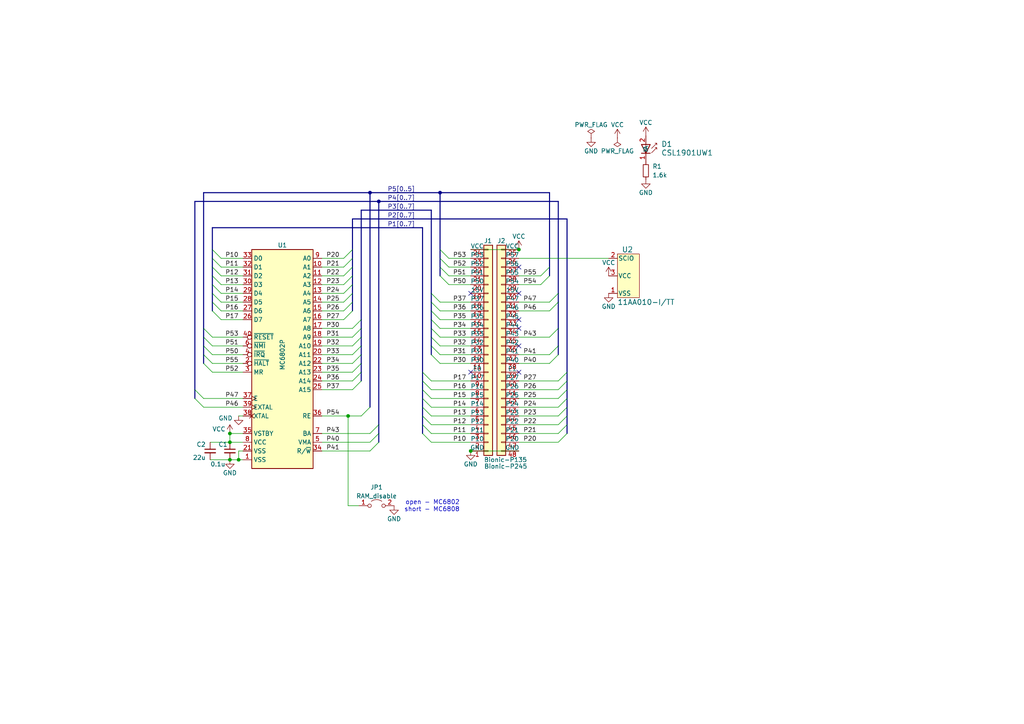
<source format=kicad_sch>
(kicad_sch (version 20230121) (generator eeschema)
  (paper "A4")
  (title_block (title "BionicMC6802") (date "2024-05-04") (rev "4") (company "Tadashi G. Takaoka"))
  (lib_symbols
    (symbol "0-LocalLibrary:11AA010-I_TT" (pin_names (offset 0.254))
      (property "Reference" "U" (at 2.54 1.27 0))
      (property "Value" "11AA010-I/TT" (at 3.81 -13.97 0))
      (symbol "11AA010-I_TT_1_1"
        (rectangle (start 0 0) (end 6.35 -12.7) (fill (type background)))
        (pin power_in line (at -2.54 -11.43 0) (length 2.54) (name "VSS") (number "1"))
        (pin bidirectional line (at -2.54 -1.27 0) (length 2.54) (name "SCIO") (number "2"))
        (pin power_in line (at -2.54 -6.35 0) (length 2.54) (name "VCC") (number "3"))
      )
    )
    (symbol "0-LocalLibrary:Bionic-P135" (pin_names (offset 0))
      (property "Reference" "J" (at 0 30.48 0))
      (property "Value" "Bionic-P135" (at -1.27 -33.02 0))
      (symbol "Bionic-P135_1_1"
        (rectangle (start 0 -30.353) (end -1.27 -30.607) (stroke (width 0.1524)))
        (rectangle (start 0 -27.813) (end -1.27 -28.067) (stroke (width 0.1524)))
        (rectangle (start 0 -25.273) (end -1.27 -25.527) (stroke (width 0.1524)))
        (rectangle (start 0 -22.733) (end -1.27 -22.987) (stroke (width 0.1524)))
        (rectangle (start 0 -20.193) (end -1.27 -20.447) (stroke (width 0.1524)))
        (rectangle (start 0 -17.653) (end -1.27 -17.907) (stroke (width 0.1524)))
        (rectangle (start 0 -15.113) (end -1.27 -15.367) (stroke (width 0.1524)))
        (rectangle (start 0 -12.573) (end -1.27 -12.827) (stroke (width 0.1524)))
        (rectangle (start 0 -10.033) (end -1.27 -10.287) (stroke (width 0.1524)))
        (rectangle (start 0 -7.493) (end -1.27 -7.747) (stroke (width 0.1524)))
        (rectangle (start 0 -4.953) (end -1.27 -5.207) (stroke (width 0.1524)))
        (rectangle (start 0 -2.413) (end -1.27 -2.667) (stroke (width 0.1524)))
        (rectangle (start 0 0.127) (end -1.27 -0.127) (stroke (width 0.1524)))
        (rectangle (start 0 2.667) (end -1.27 2.413) (stroke (width 0.1524)))
        (rectangle (start 0 5.207) (end -1.27 4.953) (stroke (width 0.1524)))
        (rectangle (start 0 7.747) (end -1.27 7.493) (stroke (width 0.1524)))
        (rectangle (start 0 10.287) (end -1.27 10.033) (stroke (width 0.1524)))
        (rectangle (start 0 12.827) (end -1.27 12.573) (stroke (width 0.1524)))
        (rectangle (start 0 15.367) (end -1.27 15.113) (stroke (width 0.1524)))
        (rectangle (start 0 17.907) (end -1.27 17.653) (stroke (width 0.1524)))
        (rectangle (start 0 20.447) (end -1.27 20.193) (stroke (width 0.1524)))
        (rectangle (start 0 22.987) (end -1.27 22.733) (stroke (width 0.1524)))
        (rectangle (start 0 25.527) (end -1.27 25.273) (stroke (width 0.1524)))
        (rectangle (start 0 28.067) (end -1.27 27.813) (stroke (width 0.1524)))
        (rectangle (start 1.27 29.21) (end -1.27 -31.75) (stroke (width 0.254)) (fill (type background)))
        (pin power_in line (at -5.08 -30.48 0) (length 3.81) (name "GND") (number "1"))
        (pin bidirectional line (at -5.08 -7.62 0) (length 3.81) (name "E0") (number "10"))
        (pin bidirectional line (at -5.08 -5.08 0) (length 3.81) (name "P30") (number "11"))
        (pin bidirectional line (at -5.08 -2.54 0) (length 3.81) (name "P31") (number "12"))
        (pin bidirectional line (at -5.08 0 0) (length 3.81) (name "P32") (number "13"))
        (pin bidirectional line (at -5.08 2.54 0) (length 3.81) (name "P33") (number "14"))
        (pin bidirectional line (at -5.08 5.08 0) (length 3.81) (name "P34") (number "15"))
        (pin bidirectional line (at -5.08 7.62 0) (length 3.81) (name "P35") (number "16"))
        (pin bidirectional line (at -5.08 10.16 0) (length 3.81) (name "P36") (number "17"))
        (pin bidirectional line (at -5.08 12.7 0) (length 3.81) (name "P37") (number "18"))
        (pin power_in line (at -5.08 15.24 0) (length 3.81) (name "15V") (number "19"))
        (pin bidirectional line (at -5.08 -27.94 0) (length 3.81) (name "P10") (number "2"))
        (pin bidirectional line (at -5.08 17.78 0) (length 3.81) (name "P50") (number "20"))
        (pin bidirectional line (at -5.08 20.32 0) (length 3.81) (name "P51") (number "21"))
        (pin bidirectional line (at -5.08 22.86 0) (length 3.81) (name "P52") (number "22"))
        (pin bidirectional line (at -5.08 25.4 0) (length 3.81) (name "P53") (number "23"))
        (pin power_in line (at -5.08 27.94 0) (length 3.81) (name "VCC") (number "24"))
        (pin bidirectional line (at -5.08 -25.4 0) (length 3.81) (name "P11") (number "3"))
        (pin bidirectional line (at -5.08 -22.86 0) (length 3.81) (name "P12") (number "4"))
        (pin bidirectional line (at -5.08 -20.32 0) (length 3.81) (name "P13") (number "5"))
        (pin bidirectional line (at -5.08 -17.78 0) (length 3.81) (name "P14") (number "6"))
        (pin bidirectional line (at -5.08 -15.24 0) (length 3.81) (name "P15") (number "7"))
        (pin bidirectional line (at -5.08 -12.7 0) (length 3.81) (name "P16") (number "8"))
        (pin bidirectional line (at -5.08 -10.16 0) (length 3.81) (name "P17") (number "9"))
      )
    )
    (symbol "0-LocalLibrary:Bionic-P245" (pin_names (offset 0))
      (property "Reference" "J" (at -3.81 30.48 0))
      (property "Value" "Bionic-P245" (at -1.27 -33.02 0))
      (symbol "Bionic-P245_1_1"
        (rectangle (start -2.54 -30.607) (end -3.81 -30.353) (stroke (width 0.1524)))
        (rectangle (start -2.54 -28.067) (end -3.81 -27.813) (stroke (width 0.1524)))
        (rectangle (start -2.54 -25.527) (end -3.81 -25.273) (stroke (width 0.1524)))
        (rectangle (start -2.54 -22.987) (end -3.81 -22.733) (stroke (width 0.1524)))
        (rectangle (start -2.54 -20.447) (end -3.81 -20.193) (stroke (width 0.1524)))
        (rectangle (start -2.54 -17.907) (end -3.81 -17.653) (stroke (width 0.1524)))
        (rectangle (start -2.54 -15.367) (end -3.81 -15.113) (stroke (width 0.1524)))
        (rectangle (start -2.54 -12.827) (end -3.81 -12.573) (stroke (width 0.1524)))
        (rectangle (start -2.54 -10.287) (end -3.81 -10.033) (stroke (width 0.1524)))
        (rectangle (start -2.54 -7.747) (end -3.81 -7.493) (stroke (width 0.1524)))
        (rectangle (start -2.54 -5.207) (end -3.81 -4.953) (stroke (width 0.1524)))
        (rectangle (start -2.54 -2.667) (end -3.81 -2.413) (stroke (width 0.1524)))
        (rectangle (start -2.54 -0.127) (end -3.81 0.127) (stroke (width 0.1524)))
        (rectangle (start -2.54 2.413) (end -3.81 2.667) (stroke (width 0.1524)))
        (rectangle (start -2.54 4.953) (end -3.81 5.207) (stroke (width 0.1524)))
        (rectangle (start -2.54 7.493) (end -3.81 7.747) (stroke (width 0.1524)))
        (rectangle (start -2.54 10.033) (end -3.81 10.287) (stroke (width 0.1524)))
        (rectangle (start -2.54 12.573) (end -3.81 12.827) (stroke (width 0.1524)))
        (rectangle (start -2.54 15.113) (end -3.81 15.367) (stroke (width 0.1524)))
        (rectangle (start -2.54 17.653) (end -3.81 17.907) (stroke (width 0.1524)))
        (rectangle (start -2.54 20.193) (end -3.81 20.447) (stroke (width 0.1524)))
        (rectangle (start -2.54 22.733) (end -3.81 22.987) (stroke (width 0.1524)))
        (rectangle (start -2.54 25.273) (end -3.81 25.527) (stroke (width 0.1524)))
        (rectangle (start -2.54 27.813) (end -3.81 28.067) (stroke (width 0.1524)))
        (rectangle (start -2.54 29.21) (end -5.08 -31.75) (stroke (width 0.254)) (fill (type background)))
        (pin power_in line (at 1.27 27.94 180) (length 3.81) (name "VCC") (number "25"))
        (pin bidirectional line (at 1.27 25.4 180) (length 3.81) (name "P57") (number "26"))
        (pin bidirectional line (at 1.27 22.86 180) (length 3.81) (name "P56") (number "27"))
        (pin bidirectional line (at 1.27 20.32 180) (length 3.81) (name "P55") (number "28"))
        (pin bidirectional line (at 1.27 17.78 180) (length 3.81) (name "P54") (number "29"))
        (pin power_in line (at 1.27 15.24 180) (length 3.81) (name "15V") (number "30"))
        (pin bidirectional line (at 1.27 12.7 180) (length 3.81) (name "P47") (number "31"))
        (pin bidirectional line (at 1.27 10.16 180) (length 3.81) (name "P46") (number "32"))
        (pin bidirectional line (at 1.27 7.62 180) (length 3.81) (name "P45") (number "33"))
        (pin bidirectional line (at 1.27 5.08 180) (length 3.81) (name "P44") (number "34"))
        (pin bidirectional line (at 1.27 2.54 180) (length 3.81) (name "P43") (number "35"))
        (pin bidirectional line (at 1.27 0 180) (length 3.81) (name "P42") (number "36"))
        (pin bidirectional line (at 1.27 -2.54 180) (length 3.81) (name "P41") (number "37"))
        (pin bidirectional line (at 1.27 -5.08 180) (length 3.81) (name "P40") (number "38"))
        (pin bidirectional line (at 1.27 -7.62 180) (length 3.81) (name "E1") (number "39"))
        (pin bidirectional line (at 1.27 -10.16 180) (length 3.81) (name "P27") (number "40"))
        (pin bidirectional line (at 1.27 -12.7 180) (length 3.81) (name "P26") (number "41"))
        (pin bidirectional line (at 1.27 -15.24 180) (length 3.81) (name "P25") (number "42"))
        (pin bidirectional line (at 1.27 -17.78 180) (length 3.81) (name "P24") (number "43"))
        (pin bidirectional line (at 1.27 -20.32 180) (length 3.81) (name "P23") (number "44"))
        (pin bidirectional line (at 1.27 -22.86 180) (length 3.81) (name "P22") (number "45"))
        (pin bidirectional line (at 1.27 -25.4 180) (length 3.81) (name "P21") (number "46"))
        (pin bidirectional line (at 1.27 -27.94 180) (length 3.81) (name "P20") (number "47"))
        (pin power_in line (at 1.27 -30.48 180) (length 3.81) (name "GND") (number "48"))
      )
    )
    (symbol "0-LocalLibrary:CSL1901UW1" (pin_names (offset 0.254))
      (property "Reference" "D" (at 3.81 -2.54 0))
      (property "Value" "CSL1901UW1" (at 3.81 -5.08 0))
      (symbol "CSL1901UW1_0_1"
        (polyline (pts (xy 2.159 3.175) (xy 2.667 3.175)))
        (polyline (pts (xy 2.54 0) (xy 5.08 0)))
        (polyline (pts (xy 5.08 1.27) (xy 5.08 -1.27)) (stroke (width 0.254)))
        (polyline (pts (xy 3.683 1.651) (xy 2.159 3.175) (xy 2.159 2.667)))
        (polyline (pts (xy 2.54 -1.27) (xy 5.08 0) (xy 2.54 1.27) (xy 2.54 -1.27)) (stroke (width 0.254)))
        (polyline (pts (xy 4.953 1.651) (xy 3.429 3.175) (xy 3.429 2.667) (xy 3.429 3.175) (xy 3.937 3.175)))
      )
      (symbol "CSL1901UW1_1_1"
        (pin passive line (at 7.62 0 180) (length 2.54) (name "K") (number "1"))
        (pin passive line (at 0 0 0) (length 2.54) (name "A") (number "2"))
      )
      (symbol "CSL1901UW1_1_2"
        (polyline (pts (xy -5.08 7.62) (xy -4.445 8.255)) (stroke (width 0.2032)))
        (polyline (pts (xy -5.08 8.255) (xy -5.08 7.62)) (stroke (width 0.2032)))
        (polyline (pts (xy -4.445 6.35) (xy -3.81 6.985)) (stroke (width 0.2032)))
        (polyline (pts (xy -4.445 8.255) (xy -5.08 8.255)) (stroke (width 0.2032)))
        (polyline (pts (xy -4.445 9.525) (xy -3.81 10.16)) (stroke (width 0.2032)))
        (polyline (pts (xy -4.445 10.16) (xy -4.445 9.525)) (stroke (width 0.2032)))
        (polyline (pts (xy -3.81 6.985) (xy -5.08 8.255)) (stroke (width 0.2032)))
        (polyline (pts (xy -3.81 8.255) (xy -3.175 8.89)) (stroke (width 0.2032)))
        (polyline (pts (xy -3.81 10.16) (xy -4.445 10.16)) (stroke (width 0.2032)))
        (polyline (pts (xy -3.175 5.08) (xy -4.445 6.35)) (stroke (width 0.2032)))
        (polyline (pts (xy -3.175 8.89) (xy -4.445 10.16)) (stroke (width 0.2032)))
        (polyline (pts (xy -2.54 6.985) (xy -3.81 8.255)) (stroke (width 0.2032)))
        (polyline (pts (xy -1.905 3.81) (xy 1.905 3.81)) (stroke (width 0.2032)))
        (polyline (pts (xy 0 2.54) (xy 0 3.4798)) (stroke (width 0.2032)))
        (polyline (pts (xy 0 3.175) (xy 0 3.81)) (stroke (width 0.2032)))
        (polyline (pts (xy 0 6.35) (xy -1.905 3.81)) (stroke (width 0.2032)))
        (polyline (pts (xy 0 6.35) (xy 0 7.62)) (stroke (width 0.2032)))
        (polyline (pts (xy 1.905 3.81) (xy 0 6.35)) (stroke (width 0.2032)))
        (polyline (pts (xy 1.905 6.35) (xy -1.905 6.35)) (stroke (width 0.2032)))
        (pin unspecified line (at 0 10.16 270) (length 2.54) (name "") (number "1"))
        (pin unspecified line (at 0 0 90) (length 2.54) (name "") (number "2"))
      )
    )
    (symbol "0-LocalLibrary:MC6802P"
      (property "Reference" "U" (at -1.27 31.75 0))
      (property "Value" "MC6802P" (at 0 -3.81 90))
      (symbol "MC6802P_0_1"
        (rectangle (start -8.89 30.48) (end 8.89 -33.02) (stroke (width 0.254)) (fill (type background)))
      )
      (symbol "MC6802P_1_1"
        (pin power_in line (at -11.43 -30.48 0) (length 2.54) (name "VSS") (number "1"))
        (pin output line (at 11.43 25.4 180) (length 2.54) (name "A1") (number "10"))
        (pin output line (at 11.43 22.86 180) (length 2.54) (name "A2") (number "11"))
        (pin output line (at 11.43 20.32 180) (length 2.54) (name "A3") (number "12"))
        (pin output line (at 11.43 17.78 180) (length 2.54) (name "A4") (number "13"))
        (pin output line (at 11.43 15.24 180) (length 2.54) (name "A5") (number "14"))
        (pin output line (at 11.43 12.7 180) (length 2.54) (name "A6") (number "15"))
        (pin output line (at 11.43 10.16 180) (length 2.54) (name "A7") (number "16"))
        (pin output line (at 11.43 7.62 180) (length 2.54) (name "A8") (number "17"))
        (pin output line (at 11.43 5.08 180) (length 2.54) (name "A9") (number "18"))
        (pin output line (at 11.43 2.54 180) (length 2.54) (name "A10") (number "19"))
        (pin input inverted (at -11.43 -2.54 0) (length 2.54) (name "~{HALT}") (number "2"))
        (pin output line (at 11.43 0 180) (length 2.54) (name "A11") (number "20"))
        (pin power_in line (at -11.43 -27.94 0) (length 2.54) (name "VSS") (number "21"))
        (pin output line (at 11.43 -2.54 180) (length 2.54) (name "A12") (number "22"))
        (pin output line (at 11.43 -5.08 180) (length 2.54) (name "A13") (number "23"))
        (pin output line (at 11.43 -7.62 180) (length 2.54) (name "A14") (number "24"))
        (pin output line (at 11.43 -10.16 180) (length 2.54) (name "A15") (number "25"))
        (pin bidirectional line (at -11.43 10.16 0) (length 2.54) (name "D7") (number "26"))
        (pin bidirectional line (at -11.43 12.7 0) (length 2.54) (name "D6") (number "27"))
        (pin bidirectional line (at -11.43 15.24 0) (length 2.54) (name "D5") (number "28"))
        (pin bidirectional line (at -11.43 17.78 0) (length 2.54) (name "D4") (number "29"))
        (pin input line (at -11.43 -5.08 0) (length 2.54) (name "MR") (number "3"))
        (pin bidirectional line (at -11.43 20.32 0) (length 2.54) (name "D3") (number "30"))
        (pin bidirectional line (at -11.43 22.86 0) (length 2.54) (name "D2") (number "31"))
        (pin bidirectional line (at -11.43 25.4 0) (length 2.54) (name "D1") (number "32"))
        (pin bidirectional line (at -11.43 27.94 0) (length 2.54) (name "D0") (number "33"))
        (pin output line (at 11.43 -27.94 180) (length 2.54) (name "R/~{W}") (number "34"))
        (pin power_in line (at -11.43 -22.86 0) (length 2.54) (name "VSTBY") (number "35"))
        (pin input line (at 11.43 -17.78 180) (length 2.54) (name "RE") (number "36"))
        (pin output clock (at -11.43 -12.7 0) (length 2.54) (name "E") (number "37"))
        (pin passive non_logic (at -11.43 -17.78 0) (length 2.54) (name "XTAL") (number "38"))
        (pin input clock (at -11.43 -15.24 0) (length 2.54) (name "EXTAL") (number "39"))
        (pin input inverted (at -11.43 0 0) (length 2.54) (name "~{IRQ}") (number "4"))
        (pin input inverted (at -11.43 5.08 0) (length 2.54) (name "~{RESET}") (number "40"))
        (pin output line (at 11.43 -25.4 180) (length 2.54) (name "VMA") (number "5"))
        (pin input inverted (at -11.43 2.54 0) (length 2.54) (name "~{NMI}") (number "6"))
        (pin output line (at 11.43 -22.86 180) (length 2.54) (name "BA") (number "7"))
        (pin power_in line (at -11.43 -25.4 0) (length 2.54) (name "VCC") (number "8"))
        (pin output line (at 11.43 27.94 180) (length 2.54) (name "A0") (number "9"))
      )
    )
    (symbol "Device:C_Small" (pin_numbers hide) (pin_names (offset 0.254) hide)
      (property "Reference" "C" (at 0.254 1.778 0))
      (property "Value" "C_Small" (at 0.254 -2.032 0))
      (symbol "C_Small_0_1"
        (polyline (pts (xy -1.524 -0.508) (xy 1.524 -0.508)) (stroke (width 0.3302)))
        (polyline (pts (xy -1.524 0.508) (xy 1.524 0.508)) (stroke (width 0.3048)))
      )
      (symbol "C_Small_1_1"
        (pin passive line (at 0 2.54 270) (length 2.032) (name "~") (number "1"))
        (pin passive line (at 0 -2.54 90) (length 2.032) (name "~") (number "2"))
      )
    )
    (symbol "Device:R_Small" (pin_numbers hide) (pin_names (offset 0.254) hide)
      (property "Reference" "R" (at 0.762 0.508 0))
      (property "Value" "R_Small" (at 0.762 -1.016 0))
      (symbol "R_Small_0_1"
        (rectangle (start -0.762 1.778) (end 0.762 -1.778) (stroke (width 0.2032)))
      )
      (symbol "R_Small_1_1"
        (pin passive line (at 0 2.54 270) (length 0.762) (name "~") (number "1"))
        (pin passive line (at 0 -2.54 90) (length 0.762) (name "~") (number "2"))
      )
    )
    (symbol "Jumper:Jumper_2_Open" (pin_names (offset 0) hide)
      (property "Reference" "JP" (at 0 2.794 0))
      (property "Value" "Jumper_2_Open" (at 0 -2.286 0))
      (symbol "Jumper_2_Open_0_0"
        (circle (center -2.032 0) (radius 0.508))
        (circle (center 2.032 0) (radius 0.508))
      )
      (symbol "Jumper_2_Open_0_1"
        (arc (start 1.524 1.27) (mid 0 1.778) (end -1.524 1.27))
      )
      (symbol "Jumper_2_Open_1_1"
        (pin passive line (at -5.08 0 0) (length 2.54) (name "A") (number "1"))
        (pin passive line (at 5.08 0 180) (length 2.54) (name "B") (number "2"))
      )
    )
    (symbol "power:GND" (power) (pin_names (offset 0))
      (property "Value" "GND" (at 0 -3.81 0))
      (symbol "GND_0_1"
        (polyline (pts (xy 0 0) (xy 0 -1.27) (xy 1.27 -1.27) (xy 0 -2.54) (xy -1.27 -1.27) (xy 0 -1.27)))
      )
      (symbol "GND_1_1"
        (pin power_in line (at 0 0 270) (length 0) hide (name "GND") (number "1"))
      )
    )
    (symbol "power:PWR_FLAG" (power) (pin_numbers hide) (pin_names (offset 0) hide)
      (property "Value" "PWR_FLAG" (at 0 3.81 0))
      (symbol "PWR_FLAG_0_0"
        (pin power_out line (at 0 0 90) (length 0) (name "pwr") (number "1"))
      )
      (symbol "PWR_FLAG_0_1"
        (polyline (pts (xy 0 0) (xy 0 1.27) (xy -1.016 1.905) (xy 0 2.54) (xy 1.016 1.905) (xy 0 1.27)))
      )
    )
    (symbol "power:VCC" (power) (pin_names (offset 0))
      (property "Value" "VCC" (at 0 3.81 0))
      (symbol "VCC_0_1"
        (polyline (pts (xy -0.762 1.27) (xy 0 2.54)))
        (polyline (pts (xy 0 0) (xy 0 2.54)))
        (polyline (pts (xy 0 2.54) (xy 0.762 1.27)))
      )
      (symbol "VCC_1_1"
        (pin power_in line (at 0 0 90) (length 0) hide (name "VCC") (number "1"))
      )
    )
  )
  (junction (at 66.675 133.35))
  (junction (at 66.675 125.73))
  (junction (at 150.495 72.39))
  (junction (at 109.855 58.42))
  (junction (at 69.215 133.35))
  (junction (at 136.525 130.81))
  (junction (at 66.675 128.27))
  (junction (at 107.315 55.88))
  (junction (at 127.635 55.88))
  (junction (at 100.965 120.65))
  (no_connect (at 136.525 85.09))
  (no_connect (at 150.495 107.95))
  (no_connect (at 150.495 92.71))
  (no_connect (at 136.525 107.95))
  (no_connect (at 150.495 100.33))
  (no_connect (at 150.495 77.47))
  (no_connect (at 150.495 85.09))
  (no_connect (at 150.495 95.25))
  (bus_entry (at 122.555 107.95) (size 2.54 2.54))
  (bus_entry (at 107.315 125.73) (size 2.54 -2.54))
  (bus_entry (at 125.095 85.09) (size 2.54 2.54))
  (bus_entry (at 164.465 125.73) (size -2.54 2.54))
  (bus_entry (at 59.055 105.41) (size 2.54 2.54))
  (bus_entry (at 122.555 113.03) (size 2.54 2.54))
  (bus_entry (at 164.465 110.49) (size -2.54 2.54))
  (bus_entry (at 159.385 80.01) (size -2.54 2.54))
  (bus_entry (at 102.235 105.41) (size 2.54 -2.54))
  (bus_entry (at 59.055 95.25) (size 2.54 2.54))
  (bus_entry (at 127.635 80.01) (size 2.54 2.54))
  (bus_entry (at 102.235 110.49) (size 2.54 -2.54))
  (bus_entry (at 56.515 113.03) (size 2.54 2.54))
  (bus_entry (at 56.515 115.57) (size 2.54 2.54))
  (bus_entry (at 102.235 100.33) (size 2.54 -2.54))
  (bus_entry (at 102.235 97.79) (size 2.54 -2.54))
  (bus_entry (at 164.465 107.95) (size -2.54 2.54))
  (bus_entry (at 102.235 74.93) (size -2.54 2.54))
  (bus_entry (at 122.555 125.73) (size 2.54 2.54))
  (bus_entry (at 161.925 87.63) (size -2.54 2.54))
  (bus_entry (at 102.235 95.25) (size 2.54 -2.54))
  (bus_entry (at 64.135 92.71) (size -2.54 -2.54))
  (bus_entry (at 107.315 130.81) (size 2.54 -2.54))
  (bus_entry (at 125.095 102.87) (size 2.54 2.54))
  (bus_entry (at 102.235 87.63) (size -2.54 2.54))
  (bus_entry (at 102.235 72.39) (size -2.54 2.54))
  (bus_entry (at 159.385 77.47) (size -2.54 2.54))
  (bus_entry (at 107.315 128.27) (size 2.54 -2.54))
  (bus_entry (at 122.555 123.19) (size 2.54 2.54))
  (bus_entry (at 102.235 90.17) (size -2.54 2.54))
  (bus_entry (at 125.095 87.63) (size 2.54 2.54))
  (bus_entry (at 64.135 85.09) (size -2.54 -2.54))
  (bus_entry (at 102.235 85.09) (size -2.54 2.54))
  (bus_entry (at 64.135 82.55) (size -2.54 -2.54))
  (bus_entry (at 125.095 92.71) (size 2.54 2.54))
  (bus_entry (at 122.555 110.49) (size 2.54 2.54))
  (bus_entry (at 122.555 115.57) (size 2.54 2.54))
  (bus_entry (at 64.135 77.47) (size -2.54 -2.54))
  (bus_entry (at 125.095 100.33) (size 2.54 2.54))
  (bus_entry (at 102.235 82.55) (size -2.54 2.54))
  (bus_entry (at 122.555 118.11) (size 2.54 2.54))
  (bus_entry (at 164.465 115.57) (size -2.54 2.54))
  (bus_entry (at 127.635 77.47) (size 2.54 2.54))
  (bus_entry (at 64.135 80.01) (size -2.54 -2.54))
  (bus_entry (at 59.055 100.33) (size 2.54 2.54))
  (bus_entry (at 127.635 72.39) (size 2.54 2.54))
  (bus_entry (at 125.095 90.17) (size 2.54 2.54))
  (bus_entry (at 64.135 74.93) (size -2.54 -2.54))
  (bus_entry (at 64.135 87.63) (size -2.54 -2.54))
  (bus_entry (at 102.235 107.95) (size 2.54 -2.54))
  (bus_entry (at 164.465 118.11) (size -2.54 2.54))
  (bus_entry (at 59.055 102.87) (size 2.54 2.54))
  (bus_entry (at 164.465 123.19) (size -2.54 2.54))
  (bus_entry (at 164.465 113.03) (size -2.54 2.54))
  (bus_entry (at 102.235 113.03) (size 2.54 -2.54))
  (bus_entry (at 104.775 120.65) (size 2.54 -2.54))
  (bus_entry (at 102.235 102.87) (size 2.54 -2.54))
  (bus_entry (at 102.235 77.47) (size -2.54 2.54))
  (bus_entry (at 122.555 120.65) (size 2.54 2.54))
  (bus_entry (at 164.465 120.65) (size -2.54 2.54))
  (bus_entry (at 102.235 80.01) (size -2.54 2.54))
  (bus_entry (at 161.925 102.87) (size -2.54 2.54))
  (bus_entry (at 161.925 85.09) (size -2.54 2.54))
  (bus_entry (at 161.925 95.25) (size -2.54 2.54))
  (bus_entry (at 161.925 100.33) (size -2.54 2.54))
  (bus_entry (at 59.055 97.79) (size 2.54 2.54))
  (bus_entry (at 127.635 74.93) (size 2.54 2.54))
  (bus_entry (at 64.135 90.17) (size -2.54 -2.54))
  (bus_entry (at 125.095 95.25) (size 2.54 2.54))
  (bus_entry (at 125.095 97.79) (size 2.54 2.54))
  (wire (pts (xy 64.135 90.17) (xy 70.485 90.17)))
  (bus (pts (xy 164.465 118.11) (xy 164.465 120.65)))
  (wire (pts (xy 64.135 85.09) (xy 70.485 85.09)))
  (bus (pts (xy 59.055 95.25) (xy 59.055 97.79)))
  (wire (pts (xy 59.055 118.11) (xy 70.485 118.11)))
  (wire (pts (xy 93.345 102.87) (xy 102.235 102.87)))
  (wire (pts (xy 100.965 146.685) (xy 104.14 146.685)))
  (bus (pts (xy 59.055 100.33) (xy 59.055 102.87)))
  (wire (pts (xy 150.495 120.65) (xy 161.925 120.65)))
  (bus (pts (xy 127.635 77.47) (xy 127.635 80.01)))
  (wire (pts (xy 66.675 125.73) (xy 70.485 125.73)))
  (bus (pts (xy 104.775 97.79) (xy 104.775 100.33)))
  (bus (pts (xy 104.775 92.71) (xy 104.775 60.96)))
  (bus (pts (xy 107.315 55.88) (xy 107.315 118.11)))
  (bus (pts (xy 125.095 85.09) (xy 125.095 87.63)))
  (wire (pts (xy 93.345 130.81) (xy 107.315 130.81)))
  (wire (pts (xy 150.495 90.17) (xy 159.385 90.17)))
  (bus (pts (xy 161.925 100.33) (xy 161.925 102.87)))
  (wire (pts (xy 93.345 125.73) (xy 107.315 125.73)))
  (bus (pts (xy 122.555 113.03) (xy 122.555 115.57)))
  (bus (pts (xy 104.775 92.71) (xy 104.775 95.25)))
  (bus (pts (xy 102.235 72.39) (xy 102.235 74.93)))
  (wire (pts (xy 136.525 72.39) (xy 150.495 72.39)))
  (bus (pts (xy 122.555 66.04) (xy 122.555 107.95)))
  (wire (pts (xy 93.345 128.27) (xy 107.315 128.27)))
  (wire (pts (xy 93.345 85.09) (xy 99.695 85.09)))
  (bus (pts (xy 164.465 120.65) (xy 164.465 123.19)))
  (wire (pts (xy 66.675 125.73) (xy 66.675 128.27)))
  (bus (pts (xy 104.775 100.33) (xy 104.775 102.87)))
  (wire (pts (xy 125.095 115.57) (xy 136.525 115.57)))
  (bus (pts (xy 102.235 82.55) (xy 102.235 85.09)))
  (bus (pts (xy 59.055 102.87) (xy 59.055 105.41)))
  (wire (pts (xy 127.635 102.87) (xy 136.525 102.87)))
  (wire (pts (xy 93.345 100.33) (xy 102.235 100.33)))
  (bus (pts (xy 125.095 95.25) (xy 125.095 97.79)))
  (bus (pts (xy 125.095 100.33) (xy 125.095 102.87)))
  (bus (pts (xy 104.775 102.87) (xy 104.775 105.41)))
  (bus (pts (xy 125.095 90.17) (xy 125.095 92.71)))
  (bus (pts (xy 59.055 55.88) (xy 59.055 95.25)))
  (bus (pts (xy 61.595 66.04) (xy 122.555 66.04)))
  (bus (pts (xy 122.555 118.11) (xy 122.555 120.65)))
  (wire (pts (xy 64.135 77.47) (xy 70.485 77.47)))
  (wire (pts (xy 66.675 128.27) (xy 70.485 128.27)))
  (wire (pts (xy 69.215 133.35) (xy 70.485 133.35)))
  (bus (pts (xy 56.515 113.03) (xy 56.515 58.42)))
  (bus (pts (xy 122.555 110.49) (xy 122.555 113.03)))
  (wire (pts (xy 93.345 82.55) (xy 99.695 82.55)))
  (wire (pts (xy 60.96 128.27) (xy 66.675 128.27)))
  (bus (pts (xy 109.855 58.42) (xy 161.925 58.42)))
  (bus (pts (xy 109.855 123.19) (xy 109.855 58.42)))
  (bus (pts (xy 102.235 63.5) (xy 164.465 63.5)))
  (bus (pts (xy 122.555 107.95) (xy 122.555 110.49)))
  (wire (pts (xy 93.345 87.63) (xy 99.695 87.63)))
  (wire (pts (xy 136.525 130.81) (xy 150.495 130.81)))
  (wire (pts (xy 127.635 95.25) (xy 136.525 95.25)))
  (bus (pts (xy 61.595 74.93) (xy 61.595 77.47)))
  (wire (pts (xy 93.345 80.01) (xy 99.695 80.01)))
  (wire (pts (xy 127.635 87.63) (xy 136.525 87.63)))
  (wire (pts (xy 150.495 128.27) (xy 161.925 128.27)))
  (wire (pts (xy 61.595 102.87) (xy 70.485 102.87)))
  (bus (pts (xy 161.925 85.09) (xy 161.925 87.63)))
  (wire (pts (xy 93.345 77.47) (xy 99.695 77.47)))
  (wire (pts (xy 125.095 110.49) (xy 136.525 110.49)))
  (wire (pts (xy 127.635 90.17) (xy 136.525 90.17)))
  (wire (pts (xy 125.095 128.27) (xy 136.525 128.27)))
  (wire (pts (xy 93.345 74.93) (xy 99.695 74.93)))
  (wire (pts (xy 127.635 92.71) (xy 136.525 92.71)))
  (wire (pts (xy 69.215 120.65) (xy 70.485 120.65)))
  (bus (pts (xy 102.235 74.93) (xy 102.235 77.47)))
  (bus (pts (xy 125.095 60.96) (xy 125.095 85.09)))
  (bus (pts (xy 102.235 85.09) (xy 102.235 87.63)))
  (bus (pts (xy 61.595 82.55) (xy 61.595 85.09)))
  (bus (pts (xy 61.595 87.63) (xy 61.595 90.17)))
  (bus (pts (xy 104.775 105.41) (xy 104.775 107.95)))
  (bus (pts (xy 122.555 120.65) (xy 122.555 123.19)))
  (wire (pts (xy 93.345 120.65) (xy 100.965 120.65)))
  (wire (pts (xy 93.345 110.49) (xy 102.235 110.49)))
  (bus (pts (xy 102.235 87.63) (xy 102.235 90.17)))
  (bus (pts (xy 56.515 115.57) (xy 56.515 113.03)))
  (wire (pts (xy 150.495 87.63) (xy 159.385 87.63)))
  (wire (pts (xy 61.595 97.79) (xy 70.485 97.79)))
  (wire (pts (xy 60.96 133.35) (xy 66.675 133.35)))
  (bus (pts (xy 164.465 110.49) (xy 164.465 113.03)))
  (bus (pts (xy 61.595 85.09) (xy 61.595 87.63)))
  (wire (pts (xy 130.175 80.01) (xy 136.525 80.01)))
  (wire (pts (xy 93.345 90.17) (xy 99.695 90.17)))
  (wire (pts (xy 61.595 100.33) (xy 70.485 100.33)))
  (wire (pts (xy 100.965 120.65) (xy 100.965 146.685)))
  (wire (pts (xy 150.495 118.11) (xy 161.925 118.11)))
  (wire (pts (xy 66.675 133.35) (xy 69.215 133.35)))
  (wire (pts (xy 150.495 102.87) (xy 159.385 102.87)))
  (bus (pts (xy 164.465 63.5) (xy 164.465 107.95)))
  (wire (pts (xy 150.495 125.73) (xy 161.925 125.73)))
  (wire (pts (xy 64.135 74.93) (xy 70.485 74.93)))
  (wire (pts (xy 150.495 115.57) (xy 161.925 115.57)))
  (wire (pts (xy 93.345 92.71) (xy 99.695 92.71)))
  (wire (pts (xy 150.495 74.93) (xy 176.53 74.93)))
  (bus (pts (xy 61.595 72.39) (xy 61.595 66.04)))
  (wire (pts (xy 93.345 107.95) (xy 102.235 107.95)))
  (bus (pts (xy 109.855 128.27) (xy 109.855 125.73)))
  (bus (pts (xy 161.925 58.42) (xy 161.925 85.09)))
  (wire (pts (xy 93.345 97.79) (xy 102.235 97.79)))
  (bus (pts (xy 102.235 72.39) (xy 102.235 63.5)))
  (wire (pts (xy 64.135 82.55) (xy 70.485 82.55)))
  (bus (pts (xy 109.855 125.73) (xy 109.855 123.19)))
  (wire (pts (xy 125.095 120.65) (xy 136.525 120.65)))
  (bus (pts (xy 104.775 107.95) (xy 104.775 110.49)))
  (wire (pts (xy 125.095 113.03) (xy 136.525 113.03)))
  (wire (pts (xy 130.175 77.47) (xy 136.525 77.47)))
  (bus (pts (xy 102.235 80.01) (xy 102.235 82.55)))
  (bus (pts (xy 159.385 77.47) (xy 159.385 55.88)))
  (wire (pts (xy 150.495 80.01) (xy 156.845 80.01)))
  (bus (pts (xy 127.635 55.88) (xy 127.635 72.39)))
  (wire (pts (xy 127.635 100.33) (xy 136.525 100.33)))
  (bus (pts (xy 122.555 115.57) (xy 122.555 118.11)))
  (bus (pts (xy 59.055 97.79) (xy 59.055 100.33)))
  (bus (pts (xy 159.385 80.01) (xy 159.385 77.47)))
  (wire (pts (xy 150.495 123.19) (xy 161.925 123.19)))
  (bus (pts (xy 61.595 77.47) (xy 61.595 80.01)))
  (bus (pts (xy 159.385 55.88) (xy 127.635 55.88)))
  (bus (pts (xy 127.635 72.39) (xy 127.635 74.93)))
  (wire (pts (xy 130.175 82.55) (xy 136.525 82.55)))
  (wire (pts (xy 125.095 125.73) (xy 136.525 125.73)))
  (wire (pts (xy 150.495 110.49) (xy 161.925 110.49)))
  (bus (pts (xy 127.635 55.88) (xy 107.315 55.88)))
  (wire (pts (xy 150.495 113.03) (xy 161.925 113.03)))
  (wire (pts (xy 125.095 118.11) (xy 136.525 118.11)))
  (wire (pts (xy 70.485 130.81) (xy 69.215 130.81)))
  (wire (pts (xy 150.495 82.55) (xy 156.845 82.55)))
  (bus (pts (xy 56.515 58.42) (xy 109.855 58.42)))
  (wire (pts (xy 130.175 74.93) (xy 136.525 74.93)))
  (bus (pts (xy 125.095 87.63) (xy 125.095 90.17)))
  (wire (pts (xy 69.215 130.81) (xy 69.215 133.35)))
  (bus (pts (xy 164.465 107.95) (xy 164.465 110.49)))
  (bus (pts (xy 61.595 72.39) (xy 61.595 74.93)))
  (wire (pts (xy 127.635 97.79) (xy 136.525 97.79)))
  (wire (pts (xy 59.055 115.57) (xy 70.485 115.57)))
  (wire (pts (xy 61.595 107.95) (xy 70.485 107.95)))
  (wire (pts (xy 127.635 105.41) (xy 136.525 105.41)))
  (bus (pts (xy 127.635 74.93) (xy 127.635 77.47)))
  (bus (pts (xy 125.095 92.71) (xy 125.095 95.25)))
  (bus (pts (xy 164.465 115.57) (xy 164.465 118.11)))
  (bus (pts (xy 164.465 123.19) (xy 164.465 125.73)))
  (wire (pts (xy 64.135 92.71) (xy 70.485 92.71)))
  (wire (pts (xy 61.595 105.41) (xy 70.485 105.41)))
  (bus (pts (xy 104.775 95.25) (xy 104.775 97.79)))
  (bus (pts (xy 161.925 87.63) (xy 161.925 95.25)))
  (wire (pts (xy 100.965 120.65) (xy 104.775 120.65)))
  (wire (pts (xy 64.135 80.01) (xy 70.485 80.01)))
  (bus (pts (xy 104.775 60.96) (xy 125.095 60.96)))
  (wire (pts (xy 93.345 95.25) (xy 102.235 95.25)))
  (wire (pts (xy 150.495 105.41) (xy 159.385 105.41)))
  (bus (pts (xy 161.925 95.25) (xy 161.925 100.33)))
  (bus (pts (xy 122.555 123.19) (xy 122.555 125.73)))
  (wire (pts (xy 64.135 87.63) (xy 70.485 87.63)))
  (wire (pts (xy 93.345 113.03) (xy 102.235 113.03)))
  (bus (pts (xy 125.095 97.79) (xy 125.095 100.33)))
  (wire (pts (xy 125.095 123.19) (xy 136.525 123.19)))
  (wire (pts (xy 93.345 105.41) (xy 102.235 105.41)))
  (bus (pts (xy 164.465 113.03) (xy 164.465 115.57)))
  (bus (pts (xy 107.315 55.88) (xy 59.055 55.88)))
  (wire (pts (xy 150.495 97.79) (xy 159.385 97.79)))
  (bus (pts (xy 61.595 80.01) (xy 61.595 82.55)))
  (bus (pts (xy 102.235 77.47) (xy 102.235 80.01)))
  (text "open - MC6802\nshort - MC6808" (at 133.35 148.59 0) (effects (font (size 1.27 1.27)) (justify right bottom)))
  (label "P12" (at 135.255 123.19 180))
  (label "P5[0..5]" (at 112.395 55.88 0))
  (label "P33" (at 135.255 97.79 180))
  (label "P47" (at 151.765 87.63 0))
  (label "P50" (at 135.255 82.55 180))
  (label "P32" (at 94.615 100.33 0))
  (label "P17" (at 69.215 92.71 180))
  (label "P16" (at 69.215 90.17 180))
  (label "P24" (at 94.615 85.09 0))
  (label "P21" (at 151.765 125.73 0))
  (label "P40" (at 94.615 128.27 0))
  (label "P13" (at 135.255 120.65 180))
  (label "P34" (at 94.615 105.41 0))
  (label "P11" (at 69.215 77.47 180))
  (label "P31" (at 135.255 102.87 180))
  (label "P26" (at 151.765 113.03 0))
  (label "P36" (at 94.615 110.49 0))
  (label "P15" (at 135.255 115.57 180))
  (label "P33" (at 94.615 102.87 0))
  (label "P23" (at 151.765 120.65 0))
  (label "P20" (at 94.615 74.93 0))
  (label "P14" (at 69.215 85.09 180))
  (label "P51" (at 135.255 80.01 180))
  (label "P26" (at 94.615 90.17 0))
  (label "P43" (at 151.765 97.79 0))
  (label "P53" (at 69.215 97.79 180))
  (label "P27" (at 94.615 92.71 0))
  (label "P47" (at 69.215 115.57 180))
  (label "P17" (at 135.255 110.49 180))
  (label "P23" (at 94.615 82.55 0))
  (label "P50" (at 69.215 102.87 180))
  (label "P41" (at 94.615 130.81 0))
  (label "P43" (at 94.615 125.73 0))
  (label "P14" (at 135.255 118.11 180))
  (label "P11" (at 135.255 125.73 180))
  (label "P10" (at 69.215 74.93 180))
  (label "P22" (at 94.615 80.01 0))
  (label "P13" (at 69.215 82.55 180))
  (label "P16" (at 135.255 113.03 180))
  (label "P35" (at 94.615 107.95 0))
  (label "P54" (at 94.615 120.65 0))
  (label "P4[0..7]" (at 112.395 58.42 0))
  (label "P53" (at 135.255 74.93 180))
  (label "P22" (at 151.765 123.19 0))
  (label "P52" (at 69.215 107.95 180))
  (label "P55" (at 151.765 80.01 0))
  (label "P30" (at 94.615 95.25 0))
  (label "P31" (at 94.615 97.79 0))
  (label "P41" (at 151.765 102.87 0))
  (label "P24" (at 151.765 118.11 0))
  (label "P10" (at 135.255 128.27 180))
  (label "P34" (at 135.255 95.25 180))
  (label "P25" (at 94.615 87.63 0))
  (label "P35" (at 135.255 92.71 180))
  (label "P25" (at 151.765 115.57 0))
  (label "P30" (at 135.255 105.41 180))
  (label "P37" (at 94.615 113.03 0))
  (label "P36" (at 135.255 90.17 180))
  (label "P46" (at 69.215 118.11 180))
  (label "P3[0..7]" (at 112.395 60.96 0))
  (label "P1[0..7]" (at 112.395 66.04 0))
  (label "P15" (at 69.215 87.63 180))
  (label "P21" (at 94.615 77.47 0))
  (label "P46" (at 151.765 90.17 0))
  (label "P52" (at 135.255 77.47 180))
  (label "P55" (at 69.215 105.41 180))
  (label "P12" (at 69.215 80.01 180))
  (label "P2[0..7]" (at 112.395 63.5 0))
  (label "P20" (at 151.765 128.27 0))
  (label "P27" (at 151.765 110.49 0))
  (label "P37" (at 135.255 87.63 180))
  (label "P51" (at 69.215 100.33 180))
  (label "P40" (at 151.765 105.41 0))
  (label "P32" (at 135.255 100.33 180))
  (label "P54" (at 151.765 82.55 0))
  (symbol (lib_id "Device:C_Small") (at 66.675 130.81 0) (mirror y) (unit 1)
    (property "Reference" "C1" (at 66.04 128.905 0) (effects (justify left)))
    (property "Value" "0.1u" (at 65.405 134.62 0) (effects (justify left)))
    (property "Footprint" "Capacitor_SMD:C_0603_1608Metric_Pad1.08x0.95mm_HandSolder" (effects hide))
  )
  (symbol (lib_id "Device:C_Small") (at 60.96 130.81 0) (mirror y) (unit 1)
    (property "Reference" "C2" (at 59.69 128.905 0) (effects (justify left)))
    (property "Value" "22u" (at 59.69 132.715 0) (effects (justify left)))
    (property "Footprint" "Capacitor_SMD:C_0603_1608Metric_Pad1.08x0.95mm_HandSolder" (effects hide))
  )
  (symbol (lib_id "0-LocalLibrary:MC6802P") (at 81.915 102.87 0) (unit 1)
    (property "Reference" "U1" (at 81.915 71.12 0))
    (property "Value" "MC6802P" (at 81.915 102.87 90))
    (property "Footprint" "0-LocalLibrary:DIP-40_W15.24mm_Socket" (effects hide))
    (property "Datasheet" "https://datasheetspdf.com/pdf-file/544765/Motorola/MC6802/1" (effects hide))
  )
  (symbol (lib_id "0-LocalLibrary:CSL1901UW1") (at 187.325 39.37 270) (unit 1)
    (property "Reference" "D1" (at 191.77 41.783 90) (effects (font (size 1.524 1.524)) (justify left)))
    (property "Value" "CSL1901UW1" (at 191.77 44.323 90) (effects (font (size 1.524 1.524)) (justify left)))
    (property "Footprint" "0-LocalLibrary:LED_CSL1901UW1_ROM" (effects hide))
    (property "Datasheet" "https://fscdn.rohm.com/en/products/databook/datasheet/opto/led/chip_mono/csl1901uw1-e.pdf" (effects hide))
  )
  (symbol (lib_id "power:VCC") (at 66.675 125.73 0) (unit 1)
    (property "Reference" "#PWR013" (effects hide))
    (property "Value" "VCC" (at 63.5 124.46 0))
  )
  (symbol (lib_id "power:VCC") (at 176.53 80.01 0) (unit 1)
    (property "Reference" "#PWR07" (effects hide))
    (property "Value" "VCC" (at 176.53 76.2 0))
  )
  (symbol (lib_id "power:VCC") (at 187.325 39.37 0) (unit 1)
    (property "Reference" "#PWR05" (effects hide))
    (property "Value" "VCC" (at 187.325 35.56 0))
  )
  (symbol (lib_id "0-LocalLibrary:11AA010-I_TT") (at 179.07 73.66 0) (unit 1)
    (property "Reference" "U2" (at 180.34 72.39 0) (effects (font (size 1.524 1.524)) (justify left)))
    (property "Value" "11AA010-I/TT" (at 179.07 87.63 0) (effects (font (size 1.524 1.524)) (justify left)))
    (property "Footprint" "0-LocalLibrary:SOT-23_MC_MCH-M" (effects hide))
    (property "Datasheet" "11AA010-I/TO" (effects hide))
  )
  (symbol (lib_id "power:GND") (at 187.325 52.07 0) (unit 1)
    (property "Reference" "#PWR06" (effects hide))
    (property "Value" "GND" (at 187.325 55.88 0))
  )
  (symbol (lib_id "power:GND") (at 176.53 85.09 0) (unit 1)
    (property "Reference" "#PWR08" (effects hide))
    (property "Value" "GND" (at 176.53 88.9 0))
  )
  (symbol (lib_id "power:GND") (at 114.3 146.685 0) (unit 1)
    (property "Reference" "#PWR018" (effects hide))
    (property "Value" "GND" (at 114.3 150.495 0))
  )
  (symbol (lib_id "power:VCC") (at 179.07 40.005 0) (unit 1)
    (property "Reference" "#PWR04" (effects hide))
    (property "Value" "VCC" (at 179.07 36.195 0))
  )
  (symbol (lib_id "power:PWR_FLAG") (at 179.07 40.005 180) (unit 1)
    (property "Reference" "#FLG02" (effects hide))
    (property "Value" "PWR_FLAG" (at 179.07 43.815 0))
  )
  (symbol (lib_id "Device:R_Small") (at 187.325 49.53 0) (unit 1)
    (property "Reference" "R1" (at 189.23 48.26 0) (effects (justify left)))
    (property "Value" "1.6k" (at 189.23 50.8 0) (effects (justify left)))
    (property "Footprint" "Resistor_SMD:R_0603_1608Metric_Pad0.98x0.95mm_HandSolder" (effects hide))
  )
  (symbol (lib_id "Jumper:Jumper_2_Open") (at 109.22 146.685 0) (unit 1)
    (property "Reference" "JP1" (at 109.22 141.3342 0))
    (property "Value" "RAM_disable" (at 109.22 143.8711 0))
    (property "Footprint" "0-LocalLibrary:SolderJumper-2_P1.3mm_Open_RoundedPad1.0x1.5mm" (effects hide))
  )
  (symbol (lib_id "power:VCC") (at 150.495 72.39 0) (unit 1)
    (property "Reference" "#PWR03" (effects hide))
    (property "Value" "VCC" (at 150.495 68.58 0))
  )
  (symbol (lib_id "0-LocalLibrary:Bionic-P245") (at 149.225 100.33 0) (unit 1)
    (property "Reference" "J2" (at 145.415 69.85 0))
    (property "Value" "Bionic-P245" (at 146.685 135.255 0))
    (property "Footprint" "0-LocalLibrary:Bionic-P245_Vertical" (effects hide))
  )
  (symbol (lib_id "0-LocalLibrary:Bionic-P135") (at 141.605 100.33 0) (unit 1)
    (property "Reference" "J1" (at 140.335 69.85 0) (effects (justify left)))
    (property "Value" "Bionic-P135" (at 140.335 133.35 0) (effects (justify left)))
    (property "Footprint" "0-LocalLibrary:Bionic-P135_Vertical" (effects hide))
  )
  (symbol (lib_id "power:PWR_FLAG") (at 171.45 40.005 0) (unit 1)
    (property "Reference" "#FLG01" (effects hide))
    (property "Value" "PWR_FLAG" (at 171.45 36.195 0))
  )
  (symbol (lib_id "power:GND") (at 136.525 130.81 0) (unit 1)
    (property "Reference" "#PWR02" (effects hide))
    (property "Value" "GND" (at 136.525 134.62 0))
  )
  (symbol (lib_id "power:GND") (at 69.215 120.65 0) (unit 1)
    (property "Reference" "#PWR01" (effects hide))
    (property "Value" "GND" (at 65.405 121.285 0))
  )
  (symbol (lib_id "power:GND") (at 66.675 133.35 0) (unit 1)
    (property "Reference" "#PWR015" (effects hide))
    (property "Value" "GND" (at 66.675 137.16 0))
  )
  (symbol (lib_id "power:GND") (at 171.45 40.005 0) (unit 1)
    (property "Reference" "#PWR017" (effects hide))
    (property "Value" "GND" (at 171.45 43.815 0))
  )
)
</source>
